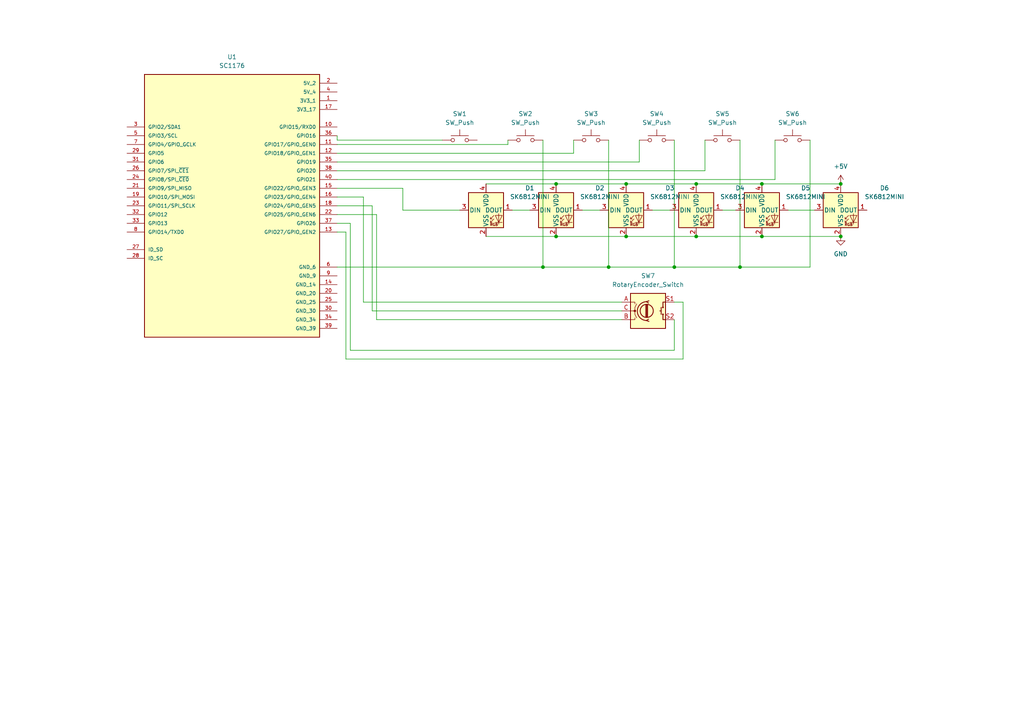
<source format=kicad_sch>
(kicad_sch
	(version 20250114)
	(generator "eeschema")
	(generator_version "9.0")
	(uuid "6cdf89a0-ae80-4ac8-bd32-26d6c4a8473d")
	(paper "A4")
	(lib_symbols
		(symbol "Device:RotaryEncoder_Switch"
			(pin_names
				(offset 0.254)
				(hide yes)
			)
			(exclude_from_sim no)
			(in_bom yes)
			(on_board yes)
			(property "Reference" "SW"
				(at 0 6.604 0)
				(effects
					(font
						(size 1.27 1.27)
					)
				)
			)
			(property "Value" "RotaryEncoder_Switch"
				(at 0 -6.604 0)
				(effects
					(font
						(size 1.27 1.27)
					)
				)
			)
			(property "Footprint" ""
				(at -3.81 4.064 0)
				(effects
					(font
						(size 1.27 1.27)
					)
					(hide yes)
				)
			)
			(property "Datasheet" "~"
				(at 0 6.604 0)
				(effects
					(font
						(size 1.27 1.27)
					)
					(hide yes)
				)
			)
			(property "Description" "Rotary encoder, dual channel, incremental quadrate outputs, with switch"
				(at 0 0 0)
				(effects
					(font
						(size 1.27 1.27)
					)
					(hide yes)
				)
			)
			(property "ki_keywords" "rotary switch encoder switch push button"
				(at 0 0 0)
				(effects
					(font
						(size 1.27 1.27)
					)
					(hide yes)
				)
			)
			(property "ki_fp_filters" "RotaryEncoder*Switch*"
				(at 0 0 0)
				(effects
					(font
						(size 1.27 1.27)
					)
					(hide yes)
				)
			)
			(symbol "RotaryEncoder_Switch_0_1"
				(rectangle
					(start -5.08 5.08)
					(end 5.08 -5.08)
					(stroke
						(width 0.254)
						(type default)
					)
					(fill
						(type background)
					)
				)
				(polyline
					(pts
						(xy -5.08 2.54) (xy -3.81 2.54) (xy -3.81 2.032)
					)
					(stroke
						(width 0)
						(type default)
					)
					(fill
						(type none)
					)
				)
				(polyline
					(pts
						(xy -5.08 0) (xy -3.81 0) (xy -3.81 -1.016) (xy -3.302 -2.032)
					)
					(stroke
						(width 0)
						(type default)
					)
					(fill
						(type none)
					)
				)
				(polyline
					(pts
						(xy -5.08 -2.54) (xy -3.81 -2.54) (xy -3.81 -2.032)
					)
					(stroke
						(width 0)
						(type default)
					)
					(fill
						(type none)
					)
				)
				(polyline
					(pts
						(xy -4.318 0) (xy -3.81 0) (xy -3.81 1.016) (xy -3.302 2.032)
					)
					(stroke
						(width 0)
						(type default)
					)
					(fill
						(type none)
					)
				)
				(circle
					(center -3.81 0)
					(radius 0.254)
					(stroke
						(width 0)
						(type default)
					)
					(fill
						(type outline)
					)
				)
				(polyline
					(pts
						(xy -0.635 -1.778) (xy -0.635 1.778)
					)
					(stroke
						(width 0.254)
						(type default)
					)
					(fill
						(type none)
					)
				)
				(circle
					(center -0.381 0)
					(radius 1.905)
					(stroke
						(width 0.254)
						(type default)
					)
					(fill
						(type none)
					)
				)
				(polyline
					(pts
						(xy -0.381 -1.778) (xy -0.381 1.778)
					)
					(stroke
						(width 0.254)
						(type default)
					)
					(fill
						(type none)
					)
				)
				(arc
					(start -0.381 -2.794)
					(mid -3.0988 -0.0635)
					(end -0.381 2.667)
					(stroke
						(width 0.254)
						(type default)
					)
					(fill
						(type none)
					)
				)
				(polyline
					(pts
						(xy -0.127 1.778) (xy -0.127 -1.778)
					)
					(stroke
						(width 0.254)
						(type default)
					)
					(fill
						(type none)
					)
				)
				(polyline
					(pts
						(xy 0.254 2.921) (xy -0.508 2.667) (xy 0.127 2.286)
					)
					(stroke
						(width 0.254)
						(type default)
					)
					(fill
						(type none)
					)
				)
				(polyline
					(pts
						(xy 0.254 -3.048) (xy -0.508 -2.794) (xy 0.127 -2.413)
					)
					(stroke
						(width 0.254)
						(type default)
					)
					(fill
						(type none)
					)
				)
				(polyline
					(pts
						(xy 3.81 1.016) (xy 3.81 -1.016)
					)
					(stroke
						(width 0.254)
						(type default)
					)
					(fill
						(type none)
					)
				)
				(polyline
					(pts
						(xy 3.81 0) (xy 3.429 0)
					)
					(stroke
						(width 0.254)
						(type default)
					)
					(fill
						(type none)
					)
				)
				(circle
					(center 4.318 1.016)
					(radius 0.127)
					(stroke
						(width 0.254)
						(type default)
					)
					(fill
						(type none)
					)
				)
				(circle
					(center 4.318 -1.016)
					(radius 0.127)
					(stroke
						(width 0.254)
						(type default)
					)
					(fill
						(type none)
					)
				)
				(polyline
					(pts
						(xy 5.08 2.54) (xy 4.318 2.54) (xy 4.318 1.016)
					)
					(stroke
						(width 0.254)
						(type default)
					)
					(fill
						(type none)
					)
				)
				(polyline
					(pts
						(xy 5.08 -2.54) (xy 4.318 -2.54) (xy 4.318 -1.016)
					)
					(stroke
						(width 0.254)
						(type default)
					)
					(fill
						(type none)
					)
				)
			)
			(symbol "RotaryEncoder_Switch_1_1"
				(pin passive line
					(at -7.62 2.54 0)
					(length 2.54)
					(name "A"
						(effects
							(font
								(size 1.27 1.27)
							)
						)
					)
					(number "A"
						(effects
							(font
								(size 1.27 1.27)
							)
						)
					)
				)
				(pin passive line
					(at -7.62 0 0)
					(length 2.54)
					(name "C"
						(effects
							(font
								(size 1.27 1.27)
							)
						)
					)
					(number "C"
						(effects
							(font
								(size 1.27 1.27)
							)
						)
					)
				)
				(pin passive line
					(at -7.62 -2.54 0)
					(length 2.54)
					(name "B"
						(effects
							(font
								(size 1.27 1.27)
							)
						)
					)
					(number "B"
						(effects
							(font
								(size 1.27 1.27)
							)
						)
					)
				)
				(pin passive line
					(at 7.62 2.54 180)
					(length 2.54)
					(name "S1"
						(effects
							(font
								(size 1.27 1.27)
							)
						)
					)
					(number "S1"
						(effects
							(font
								(size 1.27 1.27)
							)
						)
					)
				)
				(pin passive line
					(at 7.62 -2.54 180)
					(length 2.54)
					(name "S2"
						(effects
							(font
								(size 1.27 1.27)
							)
						)
					)
					(number "S2"
						(effects
							(font
								(size 1.27 1.27)
							)
						)
					)
				)
			)
			(embedded_fonts no)
		)
		(symbol "LED:SK6812MINI"
			(pin_names
				(offset 0.254)
			)
			(exclude_from_sim no)
			(in_bom yes)
			(on_board yes)
			(property "Reference" "D"
				(at 5.08 5.715 0)
				(effects
					(font
						(size 1.27 1.27)
					)
					(justify right bottom)
				)
			)
			(property "Value" "SK6812MINI"
				(at 1.27 -5.715 0)
				(effects
					(font
						(size 1.27 1.27)
					)
					(justify left top)
				)
			)
			(property "Footprint" "LED_SMD:LED_SK6812MINI_PLCC4_3.5x3.5mm_P1.75mm"
				(at 1.27 -7.62 0)
				(effects
					(font
						(size 1.27 1.27)
					)
					(justify left top)
					(hide yes)
				)
			)
			(property "Datasheet" "https://cdn-shop.adafruit.com/product-files/2686/SK6812MINI_REV.01-1-2.pdf"
				(at 2.54 -9.525 0)
				(effects
					(font
						(size 1.27 1.27)
					)
					(justify left top)
					(hide yes)
				)
			)
			(property "Description" "RGB LED with integrated controller"
				(at 0 0 0)
				(effects
					(font
						(size 1.27 1.27)
					)
					(hide yes)
				)
			)
			(property "ki_keywords" "RGB LED NeoPixel Mini addressable"
				(at 0 0 0)
				(effects
					(font
						(size 1.27 1.27)
					)
					(hide yes)
				)
			)
			(property "ki_fp_filters" "LED*SK6812MINI*PLCC*3.5x3.5mm*P1.75mm*"
				(at 0 0 0)
				(effects
					(font
						(size 1.27 1.27)
					)
					(hide yes)
				)
			)
			(symbol "SK6812MINI_0_0"
				(text "RGB"
					(at 2.286 -4.191 0)
					(effects
						(font
							(size 0.762 0.762)
						)
					)
				)
			)
			(symbol "SK6812MINI_0_1"
				(polyline
					(pts
						(xy 1.27 -2.54) (xy 1.778 -2.54)
					)
					(stroke
						(width 0)
						(type default)
					)
					(fill
						(type none)
					)
				)
				(polyline
					(pts
						(xy 1.27 -3.556) (xy 1.778 -3.556)
					)
					(stroke
						(width 0)
						(type default)
					)
					(fill
						(type none)
					)
				)
				(polyline
					(pts
						(xy 2.286 -1.524) (xy 1.27 -2.54) (xy 1.27 -2.032)
					)
					(stroke
						(width 0)
						(type default)
					)
					(fill
						(type none)
					)
				)
				(polyline
					(pts
						(xy 2.286 -2.54) (xy 1.27 -3.556) (xy 1.27 -3.048)
					)
					(stroke
						(width 0)
						(type default)
					)
					(fill
						(type none)
					)
				)
				(polyline
					(pts
						(xy 3.683 -1.016) (xy 3.683 -3.556) (xy 3.683 -4.064)
					)
					(stroke
						(width 0)
						(type default)
					)
					(fill
						(type none)
					)
				)
				(polyline
					(pts
						(xy 4.699 -1.524) (xy 2.667 -1.524) (xy 3.683 -3.556) (xy 4.699 -1.524)
					)
					(stroke
						(width 0)
						(type default)
					)
					(fill
						(type none)
					)
				)
				(polyline
					(pts
						(xy 4.699 -3.556) (xy 2.667 -3.556)
					)
					(stroke
						(width 0)
						(type default)
					)
					(fill
						(type none)
					)
				)
				(rectangle
					(start 5.08 5.08)
					(end -5.08 -5.08)
					(stroke
						(width 0.254)
						(type default)
					)
					(fill
						(type background)
					)
				)
			)
			(symbol "SK6812MINI_1_1"
				(pin input line
					(at -7.62 0 0)
					(length 2.54)
					(name "DIN"
						(effects
							(font
								(size 1.27 1.27)
							)
						)
					)
					(number "3"
						(effects
							(font
								(size 1.27 1.27)
							)
						)
					)
				)
				(pin power_in line
					(at 0 7.62 270)
					(length 2.54)
					(name "VDD"
						(effects
							(font
								(size 1.27 1.27)
							)
						)
					)
					(number "4"
						(effects
							(font
								(size 1.27 1.27)
							)
						)
					)
				)
				(pin power_in line
					(at 0 -7.62 90)
					(length 2.54)
					(name "VSS"
						(effects
							(font
								(size 1.27 1.27)
							)
						)
					)
					(number "2"
						(effects
							(font
								(size 1.27 1.27)
							)
						)
					)
				)
				(pin output line
					(at 7.62 0 180)
					(length 2.54)
					(name "DOUT"
						(effects
							(font
								(size 1.27 1.27)
							)
						)
					)
					(number "1"
						(effects
							(font
								(size 1.27 1.27)
							)
						)
					)
				)
			)
			(embedded_fonts no)
		)
		(symbol "Switch:SW_Push"
			(pin_numbers
				(hide yes)
			)
			(pin_names
				(offset 1.016)
				(hide yes)
			)
			(exclude_from_sim no)
			(in_bom yes)
			(on_board yes)
			(property "Reference" "SW"
				(at 1.27 2.54 0)
				(effects
					(font
						(size 1.27 1.27)
					)
					(justify left)
				)
			)
			(property "Value" "SW_Push"
				(at 0 -1.524 0)
				(effects
					(font
						(size 1.27 1.27)
					)
				)
			)
			(property "Footprint" ""
				(at 0 5.08 0)
				(effects
					(font
						(size 1.27 1.27)
					)
					(hide yes)
				)
			)
			(property "Datasheet" "~"
				(at 0 5.08 0)
				(effects
					(font
						(size 1.27 1.27)
					)
					(hide yes)
				)
			)
			(property "Description" "Push button switch, generic, two pins"
				(at 0 0 0)
				(effects
					(font
						(size 1.27 1.27)
					)
					(hide yes)
				)
			)
			(property "ki_keywords" "switch normally-open pushbutton push-button"
				(at 0 0 0)
				(effects
					(font
						(size 1.27 1.27)
					)
					(hide yes)
				)
			)
			(symbol "SW_Push_0_1"
				(circle
					(center -2.032 0)
					(radius 0.508)
					(stroke
						(width 0)
						(type default)
					)
					(fill
						(type none)
					)
				)
				(polyline
					(pts
						(xy 0 1.27) (xy 0 3.048)
					)
					(stroke
						(width 0)
						(type default)
					)
					(fill
						(type none)
					)
				)
				(circle
					(center 2.032 0)
					(radius 0.508)
					(stroke
						(width 0)
						(type default)
					)
					(fill
						(type none)
					)
				)
				(polyline
					(pts
						(xy 2.54 1.27) (xy -2.54 1.27)
					)
					(stroke
						(width 0)
						(type default)
					)
					(fill
						(type none)
					)
				)
				(pin passive line
					(at -5.08 0 0)
					(length 2.54)
					(name "1"
						(effects
							(font
								(size 1.27 1.27)
							)
						)
					)
					(number "1"
						(effects
							(font
								(size 1.27 1.27)
							)
						)
					)
				)
				(pin passive line
					(at 5.08 0 180)
					(length 2.54)
					(name "2"
						(effects
							(font
								(size 1.27 1.27)
							)
						)
					)
					(number "2"
						(effects
							(font
								(size 1.27 1.27)
							)
						)
					)
				)
			)
			(embedded_fonts no)
		)
		(symbol "pizero:SC1176"
			(pin_names
				(offset 1.016)
			)
			(exclude_from_sim no)
			(in_bom yes)
			(on_board yes)
			(property "Reference" "U"
				(at -25.42 39.3962 0)
				(effects
					(font
						(size 1.27 1.27)
					)
					(justify left bottom)
				)
			)
			(property "Value" "SC1176"
				(at -25.4191 -40.6687 0)
				(effects
					(font
						(size 1.27 1.27)
					)
					(justify left bottom)
				)
			)
			(property "Footprint" "SC1176:MODULE_SC1176"
				(at 0 0 0)
				(effects
					(font
						(size 1.27 1.27)
					)
					(justify bottom)
					(hide yes)
				)
			)
			(property "Datasheet" ""
				(at 0 0 0)
				(effects
					(font
						(size 1.27 1.27)
					)
					(hide yes)
				)
			)
			(property "Description" ""
				(at 0 0 0)
				(effects
					(font
						(size 1.27 1.27)
					)
					(hide yes)
				)
			)
			(property "DigiKey_Part_Number" "2648-SC1176-ND"
				(at 0 0 0)
				(effects
					(font
						(size 1.27 1.27)
					)
					(justify bottom)
					(hide yes)
				)
			)
			(property "SnapEDA_Link" "https://www.snapeda.com/parts/SC1176/Raspberry+Pi/view-part/?ref=snap"
				(at 0 0 0)
				(effects
					(font
						(size 1.27 1.27)
					)
					(justify bottom)
					(hide yes)
				)
			)
			(property "Description_1" "The Raspberry Pi Zero 2 W SC1176 single board computer features a 1GHz quad-core Broadcom BCM2710A1 Arm Cortex-A53 processor and 512MB of RAM, making it a powerful solution for embedded computing applications. With 40 digital I/O lines and multiple expansion options including Bluetooth 4.2, BLE, HAT GPIO, and LAN, this SBC offers extensive connectivity and flexibility. Its compact size of 2.600 x 1.180 (66.04mm x 29.97mm) makes it ideal for space-constrained projects. Video outputs include Composite and HDMI, and it features a microSD storage interface and a USB 2.0 OTG port."
				(at 0 0 0)
				(effects
					(font
						(size 1.27 1.27)
					)
					(justify bottom)
					(hide yes)
				)
			)
			(property "Package" "None"
				(at 0 0 0)
				(effects
					(font
						(size 1.27 1.27)
					)
					(justify bottom)
					(hide yes)
				)
			)
			(property "Check_prices" "https://www.snapeda.com/parts/SC1176/Raspberry+Pi/view-part/?ref=eda"
				(at 0 0 0)
				(effects
					(font
						(size 1.27 1.27)
					)
					(justify bottom)
					(hide yes)
				)
			)
			(property "STANDARD" "Manufacturer Recommendations"
				(at 0 0 0)
				(effects
					(font
						(size 1.27 1.27)
					)
					(justify bottom)
					(hide yes)
				)
			)
			(property "PARTREV" "April 2024"
				(at 0 0 0)
				(effects
					(font
						(size 1.27 1.27)
					)
					(justify bottom)
					(hide yes)
				)
			)
			(property "MF" "Raspberry Pi"
				(at 0 0 0)
				(effects
					(font
						(size 1.27 1.27)
					)
					(justify bottom)
					(hide yes)
				)
			)
			(property "MP" "SC1176"
				(at 0 0 0)
				(effects
					(font
						(size 1.27 1.27)
					)
					(justify bottom)
					(hide yes)
				)
			)
			(property "MANUFACTURER" "Raspberry Pi"
				(at 0 0 0)
				(effects
					(font
						(size 1.27 1.27)
					)
					(justify bottom)
					(hide yes)
				)
			)
			(symbol "SC1176_0_0"
				(rectangle
					(start -25.4 -38.1)
					(end 25.4 38.1)
					(stroke
						(width 0.254)
						(type default)
					)
					(fill
						(type background)
					)
				)
				(pin bidirectional line
					(at -30.48 22.86 0)
					(length 5.08)
					(name "GPIO2/SDA1"
						(effects
							(font
								(size 1.016 1.016)
							)
						)
					)
					(number "3"
						(effects
							(font
								(size 1.016 1.016)
							)
						)
					)
				)
				(pin bidirectional line
					(at -30.48 20.32 0)
					(length 5.08)
					(name "GPIO3/SCL"
						(effects
							(font
								(size 1.016 1.016)
							)
						)
					)
					(number "5"
						(effects
							(font
								(size 1.016 1.016)
							)
						)
					)
				)
				(pin bidirectional line
					(at -30.48 17.78 0)
					(length 5.08)
					(name "GPIO4/GPIO_GCLK"
						(effects
							(font
								(size 1.016 1.016)
							)
						)
					)
					(number "7"
						(effects
							(font
								(size 1.016 1.016)
							)
						)
					)
				)
				(pin bidirectional line
					(at -30.48 15.24 0)
					(length 5.08)
					(name "GPIO5"
						(effects
							(font
								(size 1.016 1.016)
							)
						)
					)
					(number "29"
						(effects
							(font
								(size 1.016 1.016)
							)
						)
					)
				)
				(pin bidirectional line
					(at -30.48 12.7 0)
					(length 5.08)
					(name "GPIO6"
						(effects
							(font
								(size 1.016 1.016)
							)
						)
					)
					(number "31"
						(effects
							(font
								(size 1.016 1.016)
							)
						)
					)
				)
				(pin bidirectional line
					(at -30.48 10.16 0)
					(length 5.08)
					(name "GPIO7/SPI_~{CE1}"
						(effects
							(font
								(size 1.016 1.016)
							)
						)
					)
					(number "26"
						(effects
							(font
								(size 1.016 1.016)
							)
						)
					)
				)
				(pin bidirectional line
					(at -30.48 7.62 0)
					(length 5.08)
					(name "GPIO8/SPI_~{CE0}"
						(effects
							(font
								(size 1.016 1.016)
							)
						)
					)
					(number "24"
						(effects
							(font
								(size 1.016 1.016)
							)
						)
					)
				)
				(pin bidirectional line
					(at -30.48 5.08 0)
					(length 5.08)
					(name "GPIO9/SPI_MISO"
						(effects
							(font
								(size 1.016 1.016)
							)
						)
					)
					(number "21"
						(effects
							(font
								(size 1.016 1.016)
							)
						)
					)
				)
				(pin bidirectional line
					(at -30.48 2.54 0)
					(length 5.08)
					(name "GPIO10/SPI_MOSI"
						(effects
							(font
								(size 1.016 1.016)
							)
						)
					)
					(number "19"
						(effects
							(font
								(size 1.016 1.016)
							)
						)
					)
				)
				(pin bidirectional line
					(at -30.48 0 0)
					(length 5.08)
					(name "GPIO11/SPI_SCLK"
						(effects
							(font
								(size 1.016 1.016)
							)
						)
					)
					(number "23"
						(effects
							(font
								(size 1.016 1.016)
							)
						)
					)
				)
				(pin bidirectional line
					(at -30.48 -2.54 0)
					(length 5.08)
					(name "GPIO12"
						(effects
							(font
								(size 1.016 1.016)
							)
						)
					)
					(number "32"
						(effects
							(font
								(size 1.016 1.016)
							)
						)
					)
				)
				(pin bidirectional line
					(at -30.48 -5.08 0)
					(length 5.08)
					(name "GPIO13"
						(effects
							(font
								(size 1.016 1.016)
							)
						)
					)
					(number "33"
						(effects
							(font
								(size 1.016 1.016)
							)
						)
					)
				)
				(pin bidirectional line
					(at -30.48 -7.62 0)
					(length 5.08)
					(name "GPIO14/TXD0"
						(effects
							(font
								(size 1.016 1.016)
							)
						)
					)
					(number "8"
						(effects
							(font
								(size 1.016 1.016)
							)
						)
					)
				)
				(pin bidirectional line
					(at -30.48 -12.7 0)
					(length 5.08)
					(name "ID_SD"
						(effects
							(font
								(size 1.016 1.016)
							)
						)
					)
					(number "27"
						(effects
							(font
								(size 1.016 1.016)
							)
						)
					)
				)
				(pin bidirectional line
					(at -30.48 -15.24 0)
					(length 5.08)
					(name "ID_SC"
						(effects
							(font
								(size 1.016 1.016)
							)
						)
					)
					(number "28"
						(effects
							(font
								(size 1.016 1.016)
							)
						)
					)
				)
				(pin power_in line
					(at 30.48 35.56 180)
					(length 5.08)
					(name "5V_2"
						(effects
							(font
								(size 1.016 1.016)
							)
						)
					)
					(number "2"
						(effects
							(font
								(size 1.016 1.016)
							)
						)
					)
				)
				(pin power_in line
					(at 30.48 33.02 180)
					(length 5.08)
					(name "5V_4"
						(effects
							(font
								(size 1.016 1.016)
							)
						)
					)
					(number "4"
						(effects
							(font
								(size 1.016 1.016)
							)
						)
					)
				)
				(pin power_in line
					(at 30.48 30.48 180)
					(length 5.08)
					(name "3V3_1"
						(effects
							(font
								(size 1.016 1.016)
							)
						)
					)
					(number "1"
						(effects
							(font
								(size 1.016 1.016)
							)
						)
					)
				)
				(pin power_in line
					(at 30.48 27.94 180)
					(length 5.08)
					(name "3V3_17"
						(effects
							(font
								(size 1.016 1.016)
							)
						)
					)
					(number "17"
						(effects
							(font
								(size 1.016 1.016)
							)
						)
					)
				)
				(pin bidirectional line
					(at 30.48 22.86 180)
					(length 5.08)
					(name "GPIO15/RXD0"
						(effects
							(font
								(size 1.016 1.016)
							)
						)
					)
					(number "10"
						(effects
							(font
								(size 1.016 1.016)
							)
						)
					)
				)
				(pin bidirectional line
					(at 30.48 20.32 180)
					(length 5.08)
					(name "GPIO16"
						(effects
							(font
								(size 1.016 1.016)
							)
						)
					)
					(number "36"
						(effects
							(font
								(size 1.016 1.016)
							)
						)
					)
				)
				(pin bidirectional line
					(at 30.48 17.78 180)
					(length 5.08)
					(name "GPIO17/GPIO_GEN0"
						(effects
							(font
								(size 1.016 1.016)
							)
						)
					)
					(number "11"
						(effects
							(font
								(size 1.016 1.016)
							)
						)
					)
				)
				(pin bidirectional line
					(at 30.48 15.24 180)
					(length 5.08)
					(name "GPIO18/GPIO_GEN1"
						(effects
							(font
								(size 1.016 1.016)
							)
						)
					)
					(number "12"
						(effects
							(font
								(size 1.016 1.016)
							)
						)
					)
				)
				(pin bidirectional line
					(at 30.48 12.7 180)
					(length 5.08)
					(name "GPIO19"
						(effects
							(font
								(size 1.016 1.016)
							)
						)
					)
					(number "35"
						(effects
							(font
								(size 1.016 1.016)
							)
						)
					)
				)
				(pin bidirectional line
					(at 30.48 10.16 180)
					(length 5.08)
					(name "GPIO20"
						(effects
							(font
								(size 1.016 1.016)
							)
						)
					)
					(number "38"
						(effects
							(font
								(size 1.016 1.016)
							)
						)
					)
				)
				(pin bidirectional line
					(at 30.48 7.62 180)
					(length 5.08)
					(name "GPIO21"
						(effects
							(font
								(size 1.016 1.016)
							)
						)
					)
					(number "40"
						(effects
							(font
								(size 1.016 1.016)
							)
						)
					)
				)
				(pin bidirectional line
					(at 30.48 5.08 180)
					(length 5.08)
					(name "GPIO22/GPIO_GEN3"
						(effects
							(font
								(size 1.016 1.016)
							)
						)
					)
					(number "15"
						(effects
							(font
								(size 1.016 1.016)
							)
						)
					)
				)
				(pin bidirectional line
					(at 30.48 2.54 180)
					(length 5.08)
					(name "GPIO23/GPIO_GEN4"
						(effects
							(font
								(size 1.016 1.016)
							)
						)
					)
					(number "16"
						(effects
							(font
								(size 1.016 1.016)
							)
						)
					)
				)
				(pin bidirectional line
					(at 30.48 0 180)
					(length 5.08)
					(name "GPIO24/GPIO_GEN5"
						(effects
							(font
								(size 1.016 1.016)
							)
						)
					)
					(number "18"
						(effects
							(font
								(size 1.016 1.016)
							)
						)
					)
				)
				(pin bidirectional line
					(at 30.48 -2.54 180)
					(length 5.08)
					(name "GPIO25/GPIO_GEN6"
						(effects
							(font
								(size 1.016 1.016)
							)
						)
					)
					(number "22"
						(effects
							(font
								(size 1.016 1.016)
							)
						)
					)
				)
				(pin bidirectional line
					(at 30.48 -5.08 180)
					(length 5.08)
					(name "GPIO26"
						(effects
							(font
								(size 1.016 1.016)
							)
						)
					)
					(number "37"
						(effects
							(font
								(size 1.016 1.016)
							)
						)
					)
				)
				(pin bidirectional line
					(at 30.48 -7.62 180)
					(length 5.08)
					(name "GPIO27/GPIO_GEN2"
						(effects
							(font
								(size 1.016 1.016)
							)
						)
					)
					(number "13"
						(effects
							(font
								(size 1.016 1.016)
							)
						)
					)
				)
				(pin power_in line
					(at 30.48 -17.78 180)
					(length 5.08)
					(name "GND_6"
						(effects
							(font
								(size 1.016 1.016)
							)
						)
					)
					(number "6"
						(effects
							(font
								(size 1.016 1.016)
							)
						)
					)
				)
				(pin power_in line
					(at 30.48 -20.32 180)
					(length 5.08)
					(name "GND_9"
						(effects
							(font
								(size 1.016 1.016)
							)
						)
					)
					(number "9"
						(effects
							(font
								(size 1.016 1.016)
							)
						)
					)
				)
				(pin power_in line
					(at 30.48 -22.86 180)
					(length 5.08)
					(name "GND_14"
						(effects
							(font
								(size 1.016 1.016)
							)
						)
					)
					(number "14"
						(effects
							(font
								(size 1.016 1.016)
							)
						)
					)
				)
				(pin power_in line
					(at 30.48 -25.4 180)
					(length 5.08)
					(name "GND_20"
						(effects
							(font
								(size 1.016 1.016)
							)
						)
					)
					(number "20"
						(effects
							(font
								(size 1.016 1.016)
							)
						)
					)
				)
				(pin power_in line
					(at 30.48 -27.94 180)
					(length 5.08)
					(name "GND_25"
						(effects
							(font
								(size 1.016 1.016)
							)
						)
					)
					(number "25"
						(effects
							(font
								(size 1.016 1.016)
							)
						)
					)
				)
				(pin power_in line
					(at 30.48 -30.48 180)
					(length 5.08)
					(name "GND_30"
						(effects
							(font
								(size 1.016 1.016)
							)
						)
					)
					(number "30"
						(effects
							(font
								(size 1.016 1.016)
							)
						)
					)
				)
				(pin power_in line
					(at 30.48 -33.02 180)
					(length 5.08)
					(name "GND_34"
						(effects
							(font
								(size 1.016 1.016)
							)
						)
					)
					(number "34"
						(effects
							(font
								(size 1.016 1.016)
							)
						)
					)
				)
				(pin power_in line
					(at 30.48 -35.56 180)
					(length 5.08)
					(name "GND_39"
						(effects
							(font
								(size 1.016 1.016)
							)
						)
					)
					(number "39"
						(effects
							(font
								(size 1.016 1.016)
							)
						)
					)
				)
			)
			(embedded_fonts no)
		)
		(symbol "power:+5V"
			(power)
			(pin_numbers
				(hide yes)
			)
			(pin_names
				(offset 0)
				(hide yes)
			)
			(exclude_from_sim no)
			(in_bom yes)
			(on_board yes)
			(property "Reference" "#PWR"
				(at 0 -3.81 0)
				(effects
					(font
						(size 1.27 1.27)
					)
					(hide yes)
				)
			)
			(property "Value" "+5V"
				(at 0 3.556 0)
				(effects
					(font
						(size 1.27 1.27)
					)
				)
			)
			(property "Footprint" ""
				(at 0 0 0)
				(effects
					(font
						(size 1.27 1.27)
					)
					(hide yes)
				)
			)
			(property "Datasheet" ""
				(at 0 0 0)
				(effects
					(font
						(size 1.27 1.27)
					)
					(hide yes)
				)
			)
			(property "Description" "Power symbol creates a global label with name \"+5V\""
				(at 0 0 0)
				(effects
					(font
						(size 1.27 1.27)
					)
					(hide yes)
				)
			)
			(property "ki_keywords" "global power"
				(at 0 0 0)
				(effects
					(font
						(size 1.27 1.27)
					)
					(hide yes)
				)
			)
			(symbol "+5V_0_1"
				(polyline
					(pts
						(xy -0.762 1.27) (xy 0 2.54)
					)
					(stroke
						(width 0)
						(type default)
					)
					(fill
						(type none)
					)
				)
				(polyline
					(pts
						(xy 0 2.54) (xy 0.762 1.27)
					)
					(stroke
						(width 0)
						(type default)
					)
					(fill
						(type none)
					)
				)
				(polyline
					(pts
						(xy 0 0) (xy 0 2.54)
					)
					(stroke
						(width 0)
						(type default)
					)
					(fill
						(type none)
					)
				)
			)
			(symbol "+5V_1_1"
				(pin power_in line
					(at 0 0 90)
					(length 0)
					(name "~"
						(effects
							(font
								(size 1.27 1.27)
							)
						)
					)
					(number "1"
						(effects
							(font
								(size 1.27 1.27)
							)
						)
					)
				)
			)
			(embedded_fonts no)
		)
		(symbol "power:GND"
			(power)
			(pin_numbers
				(hide yes)
			)
			(pin_names
				(offset 0)
				(hide yes)
			)
			(exclude_from_sim no)
			(in_bom yes)
			(on_board yes)
			(property "Reference" "#PWR"
				(at 0 -6.35 0)
				(effects
					(font
						(size 1.27 1.27)
					)
					(hide yes)
				)
			)
			(property "Value" "GND"
				(at 0 -3.81 0)
				(effects
					(font
						(size 1.27 1.27)
					)
				)
			)
			(property "Footprint" ""
				(at 0 0 0)
				(effects
					(font
						(size 1.27 1.27)
					)
					(hide yes)
				)
			)
			(property "Datasheet" ""
				(at 0 0 0)
				(effects
					(font
						(size 1.27 1.27)
					)
					(hide yes)
				)
			)
			(property "Description" "Power symbol creates a global label with name \"GND\" , ground"
				(at 0 0 0)
				(effects
					(font
						(size 1.27 1.27)
					)
					(hide yes)
				)
			)
			(property "ki_keywords" "global power"
				(at 0 0 0)
				(effects
					(font
						(size 1.27 1.27)
					)
					(hide yes)
				)
			)
			(symbol "GND_0_1"
				(polyline
					(pts
						(xy 0 0) (xy 0 -1.27) (xy 1.27 -1.27) (xy 0 -2.54) (xy -1.27 -1.27) (xy 0 -1.27)
					)
					(stroke
						(width 0)
						(type default)
					)
					(fill
						(type none)
					)
				)
			)
			(symbol "GND_1_1"
				(pin power_in line
					(at 0 0 270)
					(length 0)
					(name "~"
						(effects
							(font
								(size 1.27 1.27)
							)
						)
					)
					(number "1"
						(effects
							(font
								(size 1.27 1.27)
							)
						)
					)
				)
			)
			(embedded_fonts no)
		)
	)
	(junction
		(at 161.29 53.34)
		(diameter 0)
		(color 0 0 0 0)
		(uuid "2754a705-c9d8-443a-af9a-15c24ed803cf")
	)
	(junction
		(at 201.93 53.34)
		(diameter 0)
		(color 0 0 0 0)
		(uuid "4a5dced1-31b8-41c3-ba5c-192963787e7d")
	)
	(junction
		(at 161.29 68.58)
		(diameter 0)
		(color 0 0 0 0)
		(uuid "4ab18f78-2c7d-4238-ad6a-5518bbc856c5")
	)
	(junction
		(at 181.61 53.34)
		(diameter 0)
		(color 0 0 0 0)
		(uuid "664d5d5c-3ae3-4f92-a56c-a5ceea298501")
	)
	(junction
		(at 220.98 68.58)
		(diameter 0)
		(color 0 0 0 0)
		(uuid "67fbc2f5-e54b-47b1-b29c-98a5a8711f81")
	)
	(junction
		(at 243.84 53.34)
		(diameter 0)
		(color 0 0 0 0)
		(uuid "68053cca-1b7e-44c2-b64d-2cbc59b42149")
	)
	(junction
		(at 176.53 77.47)
		(diameter 0)
		(color 0 0 0 0)
		(uuid "69c7132b-51d3-4663-ae61-e39a323567f5")
	)
	(junction
		(at 201.93 68.58)
		(diameter 0)
		(color 0 0 0 0)
		(uuid "b893b47d-4550-49d5-a646-60b0850dd23b")
	)
	(junction
		(at 181.61 68.58)
		(diameter 0)
		(color 0 0 0 0)
		(uuid "b93b045c-1f38-4a6b-8dcc-d5df5ed62fd2")
	)
	(junction
		(at 157.48 77.47)
		(diameter 0)
		(color 0 0 0 0)
		(uuid "c5d276f5-d344-4672-ae6e-b4ad0cb24184")
	)
	(junction
		(at 243.84 68.58)
		(diameter 0)
		(color 0 0 0 0)
		(uuid "c761876b-7865-4829-a27e-1081ae3199dd")
	)
	(junction
		(at 195.58 77.47)
		(diameter 0)
		(color 0 0 0 0)
		(uuid "df65c403-d9a7-46c2-8eb5-fc70692a9493")
	)
	(junction
		(at 220.98 53.34)
		(diameter 0)
		(color 0 0 0 0)
		(uuid "e3f62113-2f23-4bea-9f7f-5c73a5e8c34b")
	)
	(junction
		(at 214.63 77.47)
		(diameter 0)
		(color 0 0 0 0)
		(uuid "f973b4f1-8dc6-4ead-a618-25e539598482")
	)
	(wire
		(pts
			(xy 224.79 52.07) (xy 97.79 52.07)
		)
		(stroke
			(width 0)
			(type default)
		)
		(uuid "043029f4-3d4a-4871-948d-9d14bf3669cf")
	)
	(wire
		(pts
			(xy 195.58 87.63) (xy 198.12 87.63)
		)
		(stroke
			(width 0)
			(type default)
		)
		(uuid "051bd0a8-3e54-457b-b0c7-a7332ac571c8")
	)
	(wire
		(pts
			(xy 140.97 53.34) (xy 161.29 53.34)
		)
		(stroke
			(width 0)
			(type default)
		)
		(uuid "0d9b0e59-0c08-4512-a167-d4b3e9e8ef1c")
	)
	(wire
		(pts
			(xy 107.95 90.17) (xy 107.95 59.69)
		)
		(stroke
			(width 0)
			(type default)
		)
		(uuid "0f11ba99-70fd-46ba-8084-3537672aca08")
	)
	(wire
		(pts
			(xy 116.84 54.61) (xy 116.84 60.96)
		)
		(stroke
			(width 0)
			(type default)
		)
		(uuid "13107716-c0f1-448d-815c-2ed22e20a58c")
	)
	(wire
		(pts
			(xy 116.84 60.96) (xy 133.35 60.96)
		)
		(stroke
			(width 0)
			(type default)
		)
		(uuid "175904ec-65d2-435b-82e0-edb2ec7d5de3")
	)
	(wire
		(pts
			(xy 161.29 68.58) (xy 181.61 68.58)
		)
		(stroke
			(width 0)
			(type default)
		)
		(uuid "19b9566f-4bf4-420f-81cb-5d771ba126a9")
	)
	(wire
		(pts
			(xy 195.58 92.71) (xy 195.58 101.6)
		)
		(stroke
			(width 0)
			(type default)
		)
		(uuid "1e873e9e-38bb-4bbd-a879-512e95aa1760")
	)
	(wire
		(pts
			(xy 107.95 59.69) (xy 97.79 59.69)
		)
		(stroke
			(width 0)
			(type default)
		)
		(uuid "2b1448c7-3ec3-4a2d-b677-30566418f492")
	)
	(wire
		(pts
			(xy 195.58 77.47) (xy 214.63 77.47)
		)
		(stroke
			(width 0)
			(type default)
		)
		(uuid "39ce2edc-2d3d-4607-ac86-9ee361d053d2")
	)
	(wire
		(pts
			(xy 166.37 40.64) (xy 166.37 44.45)
		)
		(stroke
			(width 0)
			(type default)
		)
		(uuid "3bd80552-a1c2-442a-b8a8-d2bc04c89a3b")
	)
	(wire
		(pts
			(xy 128.27 40.64) (xy 97.79 40.64)
		)
		(stroke
			(width 0)
			(type default)
		)
		(uuid "3bf9276f-055b-4f35-9b14-2e27c4f6fe0c")
	)
	(wire
		(pts
			(xy 100.33 104.14) (xy 100.33 67.31)
		)
		(stroke
			(width 0)
			(type default)
		)
		(uuid "3f8b086c-87a3-41b8-ba2e-7f653dc23da6")
	)
	(wire
		(pts
			(xy 234.95 77.47) (xy 234.95 40.64)
		)
		(stroke
			(width 0)
			(type default)
		)
		(uuid "41af8428-51a6-4228-b311-3723ced2bfda")
	)
	(wire
		(pts
			(xy 161.29 53.34) (xy 181.61 53.34)
		)
		(stroke
			(width 0)
			(type default)
		)
		(uuid "49bf510a-dacc-46a2-8458-f322d60a61e7")
	)
	(wire
		(pts
			(xy 101.6 101.6) (xy 101.6 64.77)
		)
		(stroke
			(width 0)
			(type default)
		)
		(uuid "49f1610f-6d57-4f58-b531-44b6d9b62333")
	)
	(wire
		(pts
			(xy 214.63 40.64) (xy 214.63 77.47)
		)
		(stroke
			(width 0)
			(type default)
		)
		(uuid "4cd01ea6-1e48-4f2c-9bea-52ec3b28ca8b")
	)
	(wire
		(pts
			(xy 180.34 90.17) (xy 107.95 90.17)
		)
		(stroke
			(width 0)
			(type default)
		)
		(uuid "5004a024-752e-43b0-9497-4c0e66bb4c04")
	)
	(wire
		(pts
			(xy 176.53 40.64) (xy 176.53 77.47)
		)
		(stroke
			(width 0)
			(type default)
		)
		(uuid "527070a4-5446-48bf-92f3-76e4930b748d")
	)
	(wire
		(pts
			(xy 97.79 54.61) (xy 116.84 54.61)
		)
		(stroke
			(width 0)
			(type default)
		)
		(uuid "5a2c01c8-86e9-4ffb-8483-7e6beb6f80d7")
	)
	(wire
		(pts
			(xy 109.22 92.71) (xy 109.22 62.23)
		)
		(stroke
			(width 0)
			(type default)
		)
		(uuid "5b7154b3-46ca-4f3d-a0dd-58e72d93f994")
	)
	(wire
		(pts
			(xy 147.32 40.64) (xy 147.32 41.91)
		)
		(stroke
			(width 0)
			(type default)
		)
		(uuid "5c3c6f29-c2f8-493b-97f4-f61b4b29d2c6")
	)
	(wire
		(pts
			(xy 185.42 40.64) (xy 185.42 46.99)
		)
		(stroke
			(width 0)
			(type default)
		)
		(uuid "5d4c44db-2ef0-4ff0-8396-182851020bc6")
	)
	(wire
		(pts
			(xy 97.79 40.64) (xy 97.79 39.37)
		)
		(stroke
			(width 0)
			(type default)
		)
		(uuid "617bccb4-b269-4156-a526-19ba86640cd3")
	)
	(wire
		(pts
			(xy 101.6 64.77) (xy 97.79 64.77)
		)
		(stroke
			(width 0)
			(type default)
		)
		(uuid "6363ede7-cfe9-45f0-adb6-450592cc62f5")
	)
	(wire
		(pts
			(xy 198.12 87.63) (xy 198.12 104.14)
		)
		(stroke
			(width 0)
			(type default)
		)
		(uuid "6c40effc-65ef-4d50-8a2c-5824ac458a80")
	)
	(wire
		(pts
			(xy 220.98 53.34) (xy 243.84 53.34)
		)
		(stroke
			(width 0)
			(type default)
		)
		(uuid "6fdd6811-753f-4252-b48e-785353df8fa0")
	)
	(wire
		(pts
			(xy 180.34 92.71) (xy 109.22 92.71)
		)
		(stroke
			(width 0)
			(type default)
		)
		(uuid "72ba1ef3-d691-4937-b59c-834aba619c35")
	)
	(wire
		(pts
			(xy 185.42 46.99) (xy 97.79 46.99)
		)
		(stroke
			(width 0)
			(type default)
		)
		(uuid "7c879cd6-93f4-4f33-b86e-0e21d3a86f1f")
	)
	(wire
		(pts
			(xy 198.12 104.14) (xy 100.33 104.14)
		)
		(stroke
			(width 0)
			(type default)
		)
		(uuid "82e3af1c-efb5-4fc7-a423-24ecbc3ccdaf")
	)
	(wire
		(pts
			(xy 214.63 77.47) (xy 234.95 77.47)
		)
		(stroke
			(width 0)
			(type default)
		)
		(uuid "8531d1f8-826f-4369-896e-3f4bc10694eb")
	)
	(wire
		(pts
			(xy 157.48 77.47) (xy 176.53 77.47)
		)
		(stroke
			(width 0)
			(type default)
		)
		(uuid "91afc578-3fb1-4283-a411-d1491a9df0d9")
	)
	(wire
		(pts
			(xy 176.53 77.47) (xy 195.58 77.47)
		)
		(stroke
			(width 0)
			(type default)
		)
		(uuid "91cb2e1f-0a93-4c57-b6d6-6ec403cbd223")
	)
	(wire
		(pts
			(xy 148.59 60.96) (xy 153.67 60.96)
		)
		(stroke
			(width 0)
			(type default)
		)
		(uuid "92330982-627b-4bd6-b6ec-95c987e9d502")
	)
	(wire
		(pts
			(xy 189.23 60.96) (xy 194.31 60.96)
		)
		(stroke
			(width 0)
			(type default)
		)
		(uuid "9fe87c6e-a4a5-4a5e-951d-d47ec68f1d0a")
	)
	(wire
		(pts
			(xy 105.41 57.15) (xy 97.79 57.15)
		)
		(stroke
			(width 0)
			(type default)
		)
		(uuid "a5c50b08-df24-4e5a-80c8-b6103dfa8e4a")
	)
	(wire
		(pts
			(xy 181.61 53.34) (xy 201.93 53.34)
		)
		(stroke
			(width 0)
			(type default)
		)
		(uuid "a600940b-6cc0-4504-b49b-c3656fb6c51c")
	)
	(wire
		(pts
			(xy 204.47 40.64) (xy 204.47 49.53)
		)
		(stroke
			(width 0)
			(type default)
		)
		(uuid "a776ae73-4d6a-4475-a682-055ed476f96f")
	)
	(wire
		(pts
			(xy 201.93 68.58) (xy 220.98 68.58)
		)
		(stroke
			(width 0)
			(type default)
		)
		(uuid "aa39ed1c-cd66-4b9a-85ce-4c225e74bd3c")
	)
	(wire
		(pts
			(xy 166.37 44.45) (xy 97.79 44.45)
		)
		(stroke
			(width 0)
			(type default)
		)
		(uuid "b279e567-ce13-4f56-8c26-eb941a73dd3f")
	)
	(wire
		(pts
			(xy 209.55 60.96) (xy 213.36 60.96)
		)
		(stroke
			(width 0)
			(type default)
		)
		(uuid "b696f44c-55af-482b-bf5d-6ed4b85e2e73")
	)
	(wire
		(pts
			(xy 195.58 40.64) (xy 195.58 77.47)
		)
		(stroke
			(width 0)
			(type default)
		)
		(uuid "b8fdc46f-7437-4f35-8660-efc041c6d81b")
	)
	(wire
		(pts
			(xy 180.34 87.63) (xy 105.41 87.63)
		)
		(stroke
			(width 0)
			(type default)
		)
		(uuid "ba6460bb-0029-4daf-a57f-db614904689b")
	)
	(wire
		(pts
			(xy 157.48 40.64) (xy 157.48 77.47)
		)
		(stroke
			(width 0)
			(type default)
		)
		(uuid "c3cc6a46-5518-4d15-aebf-c1d504bacd9a")
	)
	(wire
		(pts
			(xy 224.79 40.64) (xy 224.79 52.07)
		)
		(stroke
			(width 0)
			(type default)
		)
		(uuid "cc112e09-8312-476f-a8cb-916b8ce8e78c")
	)
	(wire
		(pts
			(xy 109.22 62.23) (xy 97.79 62.23)
		)
		(stroke
			(width 0)
			(type default)
		)
		(uuid "cd858ab0-5034-4476-9f74-b2affd40b1c7")
	)
	(wire
		(pts
			(xy 105.41 87.63) (xy 105.41 57.15)
		)
		(stroke
			(width 0)
			(type default)
		)
		(uuid "d0b35b2a-5382-4e45-9f86-fc814d168dc9")
	)
	(wire
		(pts
			(xy 97.79 77.47) (xy 157.48 77.47)
		)
		(stroke
			(width 0)
			(type default)
		)
		(uuid "d6c60bd0-c0ba-45ea-a7b9-6082b4abcd93")
	)
	(wire
		(pts
			(xy 201.93 53.34) (xy 220.98 53.34)
		)
		(stroke
			(width 0)
			(type default)
		)
		(uuid "dbf22036-8b2a-4233-8a2a-e1bf14a408fc")
	)
	(wire
		(pts
			(xy 228.6 60.96) (xy 236.22 60.96)
		)
		(stroke
			(width 0)
			(type default)
		)
		(uuid "e23599df-db03-428e-8467-004b9b0267bf")
	)
	(wire
		(pts
			(xy 181.61 68.58) (xy 201.93 68.58)
		)
		(stroke
			(width 0)
			(type default)
		)
		(uuid "e39b9e05-2d2e-452b-adf0-a1ab7dc9f041")
	)
	(wire
		(pts
			(xy 195.58 101.6) (xy 101.6 101.6)
		)
		(stroke
			(width 0)
			(type default)
		)
		(uuid "e654ddeb-21a4-42cf-a488-0063458359ec")
	)
	(wire
		(pts
			(xy 100.33 67.31) (xy 97.79 67.31)
		)
		(stroke
			(width 0)
			(type default)
		)
		(uuid "e6bb9023-e4a7-450b-9ea2-f433537e850a")
	)
	(wire
		(pts
			(xy 220.98 68.58) (xy 243.84 68.58)
		)
		(stroke
			(width 0)
			(type default)
		)
		(uuid "ec41b861-3b5d-4217-8d19-955d5a2c5092")
	)
	(wire
		(pts
			(xy 140.97 68.58) (xy 161.29 68.58)
		)
		(stroke
			(width 0)
			(type default)
		)
		(uuid "ef4c12be-88fe-4440-829d-0c149de092a8")
	)
	(wire
		(pts
			(xy 147.32 41.91) (xy 97.79 41.91)
		)
		(stroke
			(width 0)
			(type default)
		)
		(uuid "efac7d64-e3f0-456d-83b5-7049267298e8")
	)
	(wire
		(pts
			(xy 204.47 49.53) (xy 97.79 49.53)
		)
		(stroke
			(width 0)
			(type default)
		)
		(uuid "f610a53e-fd2e-468c-9bcd-e735ab6b4c14")
	)
	(wire
		(pts
			(xy 168.91 60.96) (xy 173.99 60.96)
		)
		(stroke
			(width 0)
			(type default)
		)
		(uuid "fe1db801-24c4-481a-b6da-e428f35757db")
	)
	(symbol
		(lib_id "LED:SK6812MINI")
		(at 161.29 60.96 0)
		(unit 1)
		(exclude_from_sim no)
		(in_bom yes)
		(on_board yes)
		(dnp no)
		(fields_autoplaced yes)
		(uuid "04b520cb-c709-4405-b026-f2213ae7a776")
		(property "Reference" "D2"
			(at 173.99 54.5398 0)
			(effects
				(font
					(size 1.27 1.27)
				)
			)
		)
		(property "Value" "SK6812MINI"
			(at 173.99 57.0798 0)
			(effects
				(font
					(size 1.27 1.27)
				)
			)
		)
		(property "Footprint" "LED_SMD:LED_SK6812MINI_PLCC4_3.5x3.5mm_P1.75mm"
			(at 162.56 68.58 0)
			(effects
				(font
					(size 1.27 1.27)
				)
				(justify left top)
				(hide yes)
			)
		)
		(property "Datasheet" "https://cdn-shop.adafruit.com/product-files/2686/SK6812MINI_REV.01-1-2.pdf"
			(at 163.83 70.485 0)
			(effects
				(font
					(size 1.27 1.27)
				)
				(justify left top)
				(hide yes)
			)
		)
		(property "Description" "RGB LED with integrated controller"
			(at 161.29 60.96 0)
			(effects
				(font
					(size 1.27 1.27)
				)
				(hide yes)
			)
		)
		(pin "2"
			(uuid "813252a9-cdaa-498d-870b-ce78290f004e")
		)
		(pin "1"
			(uuid "0540c6b7-a539-401b-85d7-6ac48f703687")
		)
		(pin "4"
			(uuid "3e4b0a3b-35b2-4a91-8f98-ce3fe50db073")
		)
		(pin "3"
			(uuid "b8f8c5ea-4622-4231-9d6a-a18cb59e9f4f")
		)
		(instances
			(project ""
				(path "/6cdf89a0-ae80-4ac8-bd32-26d6c4a8473d"
					(reference "D2")
					(unit 1)
				)
			)
		)
	)
	(symbol
		(lib_id "power:+5V")
		(at 243.84 53.34 0)
		(unit 1)
		(exclude_from_sim no)
		(in_bom yes)
		(on_board yes)
		(dnp no)
		(fields_autoplaced yes)
		(uuid "1ef9c13c-8f64-4c1d-8bbe-bc7952f4119f")
		(property "Reference" "#PWR01"
			(at 243.84 57.15 0)
			(effects
				(font
					(size 1.27 1.27)
				)
				(hide yes)
			)
		)
		(property "Value" "+5V"
			(at 243.84 48.26 0)
			(effects
				(font
					(size 1.27 1.27)
				)
			)
		)
		(property "Footprint" ""
			(at 243.84 53.34 0)
			(effects
				(font
					(size 1.27 1.27)
				)
				(hide yes)
			)
		)
		(property "Datasheet" ""
			(at 243.84 53.34 0)
			(effects
				(font
					(size 1.27 1.27)
				)
				(hide yes)
			)
		)
		(property "Description" "Power symbol creates a global label with name \"+5V\""
			(at 243.84 53.34 0)
			(effects
				(font
					(size 1.27 1.27)
				)
				(hide yes)
			)
		)
		(pin "1"
			(uuid "f6945753-166e-4276-893c-fc4924c4dcaa")
		)
		(instances
			(project ""
				(path "/6cdf89a0-ae80-4ac8-bd32-26d6c4a8473d"
					(reference "#PWR01")
					(unit 1)
				)
			)
		)
	)
	(symbol
		(lib_id "Switch:SW_Push")
		(at 171.45 40.64 0)
		(unit 1)
		(exclude_from_sim no)
		(in_bom yes)
		(on_board yes)
		(dnp no)
		(fields_autoplaced yes)
		(uuid "448a7760-4dbc-4bfd-8d98-920c09d9f3ed")
		(property "Reference" "SW3"
			(at 171.45 33.02 0)
			(effects
				(font
					(size 1.27 1.27)
				)
			)
		)
		(property "Value" "SW_Push"
			(at 171.45 35.56 0)
			(effects
				(font
					(size 1.27 1.27)
				)
			)
		)
		(property "Footprint" ""
			(at 171.45 35.56 0)
			(effects
				(font
					(size 1.27 1.27)
				)
				(hide yes)
			)
		)
		(property "Datasheet" "~"
			(at 171.45 35.56 0)
			(effects
				(font
					(size 1.27 1.27)
				)
				(hide yes)
			)
		)
		(property "Description" "Push button switch, generic, two pins"
			(at 171.45 40.64 0)
			(effects
				(font
					(size 1.27 1.27)
				)
				(hide yes)
			)
		)
		(pin "1"
			(uuid "893dbc28-79c3-4562-b6e2-f1140249a42f")
		)
		(pin "2"
			(uuid "f2a3e59b-0909-465f-a661-b2388b29b024")
		)
		(instances
			(project ""
				(path "/6cdf89a0-ae80-4ac8-bd32-26d6c4a8473d"
					(reference "SW3")
					(unit 1)
				)
			)
		)
	)
	(symbol
		(lib_id "LED:SK6812MINI")
		(at 181.61 60.96 0)
		(unit 1)
		(exclude_from_sim no)
		(in_bom yes)
		(on_board yes)
		(dnp no)
		(fields_autoplaced yes)
		(uuid "4cb24ea4-2280-4a1c-bcfa-f2177c8e434f")
		(property "Reference" "D3"
			(at 194.31 54.5398 0)
			(effects
				(font
					(size 1.27 1.27)
				)
			)
		)
		(property "Value" "SK6812MINI"
			(at 194.31 57.0798 0)
			(effects
				(font
					(size 1.27 1.27)
				)
			)
		)
		(property "Footprint" "LED_SMD:LED_SK6812MINI_PLCC4_3.5x3.5mm_P1.75mm"
			(at 182.88 68.58 0)
			(effects
				(font
					(size 1.27 1.27)
				)
				(justify left top)
				(hide yes)
			)
		)
		(property "Datasheet" "https://cdn-shop.adafruit.com/product-files/2686/SK6812MINI_REV.01-1-2.pdf"
			(at 184.15 70.485 0)
			(effects
				(font
					(size 1.27 1.27)
				)
				(justify left top)
				(hide yes)
			)
		)
		(property "Description" "RGB LED with integrated controller"
			(at 181.61 60.96 0)
			(effects
				(font
					(size 1.27 1.27)
				)
				(hide yes)
			)
		)
		(pin "3"
			(uuid "f0e73e89-1e8b-4139-8bbf-e85e6f475cba")
		)
		(pin "1"
			(uuid "ed023a76-716c-4cc9-b380-f777cc0122ed")
		)
		(pin "4"
			(uuid "754880ff-15b5-4ea2-963c-b91aaacdcddf")
		)
		(pin "2"
			(uuid "b30b8abb-8b5a-41c7-9cb3-4af10ff84ade")
		)
		(instances
			(project ""
				(path "/6cdf89a0-ae80-4ac8-bd32-26d6c4a8473d"
					(reference "D3")
					(unit 1)
				)
			)
		)
	)
	(symbol
		(lib_id "pizero:SC1176")
		(at 67.31 59.69 0)
		(unit 1)
		(exclude_from_sim no)
		(in_bom yes)
		(on_board yes)
		(dnp no)
		(fields_autoplaced yes)
		(uuid "5db6aa30-68f1-4ee9-b4bd-b42bec58ec61")
		(property "Reference" "U1"
			(at 67.31 16.51 0)
			(effects
				(font
					(size 1.27 1.27)
				)
			)
		)
		(property "Value" "SC1176"
			(at 67.31 19.05 0)
			(effects
				(font
					(size 1.27 1.27)
				)
			)
		)
		(property "Footprint" "SC1176:MODULE_SC1176"
			(at 67.31 59.69 0)
			(effects
				(font
					(size 1.27 1.27)
				)
				(justify bottom)
				(hide yes)
			)
		)
		(property "Datasheet" ""
			(at 67.31 59.69 0)
			(effects
				(font
					(size 1.27 1.27)
				)
				(hide yes)
			)
		)
		(property "Description" ""
			(at 67.31 59.69 0)
			(effects
				(font
					(size 1.27 1.27)
				)
				(hide yes)
			)
		)
		(property "DigiKey_Part_Number" "2648-SC1176-ND"
			(at 67.31 59.69 0)
			(effects
				(font
					(size 1.27 1.27)
				)
				(justify bottom)
				(hide yes)
			)
		)
		(property "SnapEDA_Link" "https://www.snapeda.com/parts/SC1176/Raspberry+Pi/view-part/?ref=snap"
			(at 67.31 59.69 0)
			(effects
				(font
					(size 1.27 1.27)
				)
				(justify bottom)
				(hide yes)
			)
		)
		(property "Description_1" "The Raspberry Pi Zero 2 W SC1176 single board computer features a 1GHz quad-core Broadcom BCM2710A1 Arm Cortex-A53 processor and 512MB of RAM, making it a powerful solution for embedded computing applications. With 40 digital I/O lines and multiple expansion options including Bluetooth 4.2, BLE, HAT GPIO, and LAN, this SBC offers extensive connectivity and flexibility. Its compact size of 2.600 x 1.180 (66.04mm x 29.97mm) makes it ideal for space-constrained projects. Video outputs include Composite and HDMI, and it features a microSD storage interface and a USB 2.0 OTG port."
			(at 67.31 59.69 0)
			(effects
				(font
					(size 1.27 1.27)
				)
				(justify bottom)
				(hide yes)
			)
		)
		(property "Package" "None"
			(at 67.31 59.69 0)
			(effects
				(font
					(size 1.27 1.27)
				)
				(justify bottom)
				(hide yes)
			)
		)
		(property "Check_prices" "https://www.snapeda.com/parts/SC1176/Raspberry+Pi/view-part/?ref=eda"
			(at 67.31 59.69 0)
			(effects
				(font
					(size 1.27 1.27)
				)
				(justify bottom)
				(hide yes)
			)
		)
		(property "STANDARD" "Manufacturer Recommendations"
			(at 67.31 59.69 0)
			(effects
				(font
					(size 1.27 1.27)
				)
				(justify bottom)
				(hide yes)
			)
		)
		(property "PARTREV" "April 2024"
			(at 67.31 59.69 0)
			(effects
				(font
					(size 1.27 1.27)
				)
				(justify bottom)
				(hide yes)
			)
		)
		(property "MF" "Raspberry Pi"
			(at 67.31 59.69 0)
			(effects
				(font
					(size 1.27 1.27)
				)
				(justify bottom)
				(hide yes)
			)
		)
		(property "MP" "SC1176"
			(at 67.31 59.69 0)
			(effects
				(font
					(size 1.27 1.27)
				)
				(justify bottom)
				(hide yes)
			)
		)
		(property "MANUFACTURER" "Raspberry Pi"
			(at 67.31 59.69 0)
			(effects
				(font
					(size 1.27 1.27)
				)
				(justify bottom)
				(hide yes)
			)
		)
		(pin "20"
			(uuid "2e587ae2-29ca-4ac7-a339-ddc5338341b9")
		)
		(pin "9"
			(uuid "cfde4202-4b53-4e0d-b088-6b676c426b7b")
		)
		(pin "30"
			(uuid "8e354a51-92e2-4100-aff0-aa77b7f46781")
		)
		(pin "39"
			(uuid "4cd55d4f-66d6-4fd4-a636-d5e445afb4cb")
		)
		(pin "14"
			(uuid "55f56b0a-dca2-42ff-8ca4-0188a101e271")
		)
		(pin "6"
			(uuid "d9c7a2de-ae36-4233-9cf1-fba0c31c7d02")
		)
		(pin "25"
			(uuid "bd39cb50-d201-4245-8aea-c2345da932fe")
		)
		(pin "34"
			(uuid "cdad8673-7f64-4b40-86d4-2d82616c24bb")
		)
		(pin "26"
			(uuid "2a3b7de1-31b4-48c2-8da9-2742cfef54f3")
		)
		(pin "3"
			(uuid "bc9af86b-30e9-4cab-801c-fe95d6774611")
		)
		(pin "5"
			(uuid "be0c9cb9-6aae-4d0b-91c8-67939cc52076")
		)
		(pin "29"
			(uuid "13b3f0dc-4f81-4917-a522-4705dbfef41a")
		)
		(pin "19"
			(uuid "f43f3bc9-93a1-4774-b387-f6c5825ab2d7")
		)
		(pin "7"
			(uuid "7683c34b-9d7f-48ac-ab5f-64629fd3bfa4")
		)
		(pin "31"
			(uuid "3e8e5bdd-7082-4944-84e4-b86441e1f674")
		)
		(pin "24"
			(uuid "b2d51ea1-0969-4a8f-a744-bf8022e05f49")
		)
		(pin "21"
			(uuid "2baf0f05-af2f-49c1-9c90-4463b44a39ce")
		)
		(pin "23"
			(uuid "dd5e36fc-4fb0-4918-a6c5-81d5aa7a6409")
		)
		(pin "32"
			(uuid "55796e88-48b6-402b-ae33-5e54ac3d7f70")
		)
		(pin "12"
			(uuid "d84f7a14-ac2a-4adc-94ca-03051df4ddbe")
		)
		(pin "38"
			(uuid "2b76a419-4a52-4c80-ae96-36e133303ceb")
		)
		(pin "16"
			(uuid "189404ad-d744-4097-931c-6d81bed3ed9a")
		)
		(pin "1"
			(uuid "683d057b-7b33-4b4c-b1da-cb82e17bfbe7")
		)
		(pin "18"
			(uuid "1ece06d4-72d5-4153-a3ca-e63c6559913d")
		)
		(pin "10"
			(uuid "c2efdf56-8968-49f7-a10d-fab7897d8a1c")
		)
		(pin "15"
			(uuid "b05a4737-0b33-4584-a9f2-c0432f7bafc8")
		)
		(pin "28"
			(uuid "e4293272-4b81-4861-b5a7-6acb19537bc6")
		)
		(pin "22"
			(uuid "437b0ddf-4920-4b88-a396-04ab4c0d4916")
		)
		(pin "11"
			(uuid "6aa4835b-1f7d-4433-934b-e1792d665b2f")
		)
		(pin "37"
			(uuid "38acf27f-ff36-4178-a9c1-4c5f1bbb30fd")
		)
		(pin "13"
			(uuid "0feb7128-d7d6-4121-85ac-d93611bdff95")
		)
		(pin "33"
			(uuid "780670a0-6628-410d-8753-b50bfda35ed1")
		)
		(pin "2"
			(uuid "888a93a9-6c9a-49d9-a63a-aa35fe026744")
		)
		(pin "8"
			(uuid "83a885f7-7743-466d-b0a2-a27a2934cc7c")
		)
		(pin "4"
			(uuid "bbd41fb7-5899-464f-98f0-533b16ca81fa")
		)
		(pin "40"
			(uuid "58a4a5cc-701e-4510-94e7-0b643bfbe66c")
		)
		(pin "17"
			(uuid "b4f4f4e7-11d1-4a5d-9dfb-47cc49b6cc0f")
		)
		(pin "36"
			(uuid "a6e88ed5-30fc-4c39-adb2-3ee0e40eca13")
		)
		(pin "27"
			(uuid "b5f9ecd3-32a5-42fe-8ebf-1de7178154d2")
		)
		(pin "35"
			(uuid "2e7e3360-2f98-4b0d-bc05-0aa115b59fb7")
		)
		(instances
			(project ""
				(path "/6cdf89a0-ae80-4ac8-bd32-26d6c4a8473d"
					(reference "U1")
					(unit 1)
				)
			)
		)
	)
	(symbol
		(lib_id "LED:SK6812MINI")
		(at 140.97 60.96 0)
		(unit 1)
		(exclude_from_sim no)
		(in_bom yes)
		(on_board yes)
		(dnp no)
		(fields_autoplaced yes)
		(uuid "60575040-854d-49f1-9704-8800903031ba")
		(property "Reference" "D1"
			(at 153.67 54.5398 0)
			(effects
				(font
					(size 1.27 1.27)
				)
			)
		)
		(property "Value" "SK6812MINI"
			(at 153.67 57.0798 0)
			(effects
				(font
					(size 1.27 1.27)
				)
			)
		)
		(property "Footprint" "LED_SMD:LED_SK6812MINI_PLCC4_3.5x3.5mm_P1.75mm"
			(at 142.24 68.58 0)
			(effects
				(font
					(size 1.27 1.27)
				)
				(justify left top)
				(hide yes)
			)
		)
		(property "Datasheet" "https://cdn-shop.adafruit.com/product-files/2686/SK6812MINI_REV.01-1-2.pdf"
			(at 143.51 70.485 0)
			(effects
				(font
					(size 1.27 1.27)
				)
				(justify left top)
				(hide yes)
			)
		)
		(property "Description" "RGB LED with integrated controller"
			(at 140.97 60.96 0)
			(effects
				(font
					(size 1.27 1.27)
				)
				(hide yes)
			)
		)
		(pin "1"
			(uuid "616aeb28-6df1-4f2b-a51a-cb02195e7009")
		)
		(pin "4"
			(uuid "e694ec60-a677-477c-be38-a20c76e8aed6")
		)
		(pin "2"
			(uuid "8717f1b4-ccf1-4e6f-b5de-9443e2701d7c")
		)
		(pin "3"
			(uuid "18d95d1b-c8cb-4338-b93d-14c012e96128")
		)
		(instances
			(project ""
				(path "/6cdf89a0-ae80-4ac8-bd32-26d6c4a8473d"
					(reference "D1")
					(unit 1)
				)
			)
		)
	)
	(symbol
		(lib_id "Switch:SW_Push")
		(at 133.35 40.64 0)
		(unit 1)
		(exclude_from_sim no)
		(in_bom yes)
		(on_board yes)
		(dnp no)
		(fields_autoplaced yes)
		(uuid "6e5e0346-73f0-4bd4-baf9-6263479c204b")
		(property "Reference" "SW1"
			(at 133.35 33.02 0)
			(effects
				(font
					(size 1.27 1.27)
				)
			)
		)
		(property "Value" "SW_Push"
			(at 133.35 35.56 0)
			(effects
				(font
					(size 1.27 1.27)
				)
			)
		)
		(property "Footprint" ""
			(at 133.35 35.56 0)
			(effects
				(font
					(size 1.27 1.27)
				)
				(hide yes)
			)
		)
		(property "Datasheet" "~"
			(at 133.35 35.56 0)
			(effects
				(font
					(size 1.27 1.27)
				)
				(hide yes)
			)
		)
		(property "Description" "Push button switch, generic, two pins"
			(at 133.35 40.64 0)
			(effects
				(font
					(size 1.27 1.27)
				)
				(hide yes)
			)
		)
		(pin "1"
			(uuid "c6237a8b-b6a2-4a36-850c-5ab8a3563be6")
		)
		(pin "2"
			(uuid "e65f4c0c-35fe-4e21-97d9-cc6f0dd43c37")
		)
		(instances
			(project ""
				(path "/6cdf89a0-ae80-4ac8-bd32-26d6c4a8473d"
					(reference "SW1")
					(unit 1)
				)
			)
		)
	)
	(symbol
		(lib_id "Switch:SW_Push")
		(at 190.5 40.64 0)
		(unit 1)
		(exclude_from_sim no)
		(in_bom yes)
		(on_board yes)
		(dnp no)
		(fields_autoplaced yes)
		(uuid "7d6436c3-83f2-4d1e-a878-3a0cf802a059")
		(property "Reference" "SW4"
			(at 190.5 33.02 0)
			(effects
				(font
					(size 1.27 1.27)
				)
			)
		)
		(property "Value" "SW_Push"
			(at 190.5 35.56 0)
			(effects
				(font
					(size 1.27 1.27)
				)
			)
		)
		(property "Footprint" ""
			(at 190.5 35.56 0)
			(effects
				(font
					(size 1.27 1.27)
				)
				(hide yes)
			)
		)
		(property "Datasheet" "~"
			(at 190.5 35.56 0)
			(effects
				(font
					(size 1.27 1.27)
				)
				(hide yes)
			)
		)
		(property "Description" "Push button switch, generic, two pins"
			(at 190.5 40.64 0)
			(effects
				(font
					(size 1.27 1.27)
				)
				(hide yes)
			)
		)
		(pin "2"
			(uuid "6fd05d4e-18c8-4dcf-bd46-f2d70c621acc")
		)
		(pin "1"
			(uuid "c07489f4-fbba-4745-b0bd-f5547e255e84")
		)
		(instances
			(project ""
				(path "/6cdf89a0-ae80-4ac8-bd32-26d6c4a8473d"
					(reference "SW4")
					(unit 1)
				)
			)
		)
	)
	(symbol
		(lib_id "LED:SK6812MINI")
		(at 220.98 60.96 0)
		(unit 1)
		(exclude_from_sim no)
		(in_bom yes)
		(on_board yes)
		(dnp no)
		(fields_autoplaced yes)
		(uuid "94972746-9570-4163-85ba-91e6f515e86b")
		(property "Reference" "D5"
			(at 233.68 54.5398 0)
			(effects
				(font
					(size 1.27 1.27)
				)
			)
		)
		(property "Value" "SK6812MINI"
			(at 233.68 57.0798 0)
			(effects
				(font
					(size 1.27 1.27)
				)
			)
		)
		(property "Footprint" "LED_SMD:LED_SK6812MINI_PLCC4_3.5x3.5mm_P1.75mm"
			(at 222.25 68.58 0)
			(effects
				(font
					(size 1.27 1.27)
				)
				(justify left top)
				(hide yes)
			)
		)
		(property "Datasheet" "https://cdn-shop.adafruit.com/product-files/2686/SK6812MINI_REV.01-1-2.pdf"
			(at 223.52 70.485 0)
			(effects
				(font
					(size 1.27 1.27)
				)
				(justify left top)
				(hide yes)
			)
		)
		(property "Description" "RGB LED with integrated controller"
			(at 220.98 60.96 0)
			(effects
				(font
					(size 1.27 1.27)
				)
				(hide yes)
			)
		)
		(pin "2"
			(uuid "abda137a-681a-48fb-90a1-f6bcb55af8c7")
		)
		(pin "1"
			(uuid "29b36157-6019-4150-9891-35afd25c4afa")
		)
		(pin "4"
			(uuid "7b04ffd0-2d92-4651-8578-a4372dcaedd4")
		)
		(pin "3"
			(uuid "8ce05ced-93be-447d-99ba-453a85555741")
		)
		(instances
			(project ""
				(path "/6cdf89a0-ae80-4ac8-bd32-26d6c4a8473d"
					(reference "D5")
					(unit 1)
				)
			)
		)
	)
	(symbol
		(lib_id "power:GND")
		(at 243.84 68.58 0)
		(unit 1)
		(exclude_from_sim no)
		(in_bom yes)
		(on_board yes)
		(dnp no)
		(fields_autoplaced yes)
		(uuid "b5a075d6-e2c0-4d86-86e1-2bf75526070c")
		(property "Reference" "#PWR02"
			(at 243.84 74.93 0)
			(effects
				(font
					(size 1.27 1.27)
				)
				(hide yes)
			)
		)
		(property "Value" "GND"
			(at 243.84 73.66 0)
			(effects
				(font
					(size 1.27 1.27)
				)
			)
		)
		(property "Footprint" ""
			(at 243.84 68.58 0)
			(effects
				(font
					(size 1.27 1.27)
				)
				(hide yes)
			)
		)
		(property "Datasheet" ""
			(at 243.84 68.58 0)
			(effects
				(font
					(size 1.27 1.27)
				)
				(hide yes)
			)
		)
		(property "Description" "Power symbol creates a global label with name \"GND\" , ground"
			(at 243.84 68.58 0)
			(effects
				(font
					(size 1.27 1.27)
				)
				(hide yes)
			)
		)
		(pin "1"
			(uuid "fe8931b2-af88-480a-9125-56802441073e")
		)
		(instances
			(project ""
				(path "/6cdf89a0-ae80-4ac8-bd32-26d6c4a8473d"
					(reference "#PWR02")
					(unit 1)
				)
			)
		)
	)
	(symbol
		(lib_id "Switch:SW_Push")
		(at 229.87 40.64 0)
		(unit 1)
		(exclude_from_sim no)
		(in_bom yes)
		(on_board yes)
		(dnp no)
		(fields_autoplaced yes)
		(uuid "bc82f71b-76e1-4621-953f-8683e473b45c")
		(property "Reference" "SW6"
			(at 229.87 33.02 0)
			(effects
				(font
					(size 1.27 1.27)
				)
			)
		)
		(property "Value" "SW_Push"
			(at 229.87 35.56 0)
			(effects
				(font
					(size 1.27 1.27)
				)
			)
		)
		(property "Footprint" ""
			(at 229.87 35.56 0)
			(effects
				(font
					(size 1.27 1.27)
				)
				(hide yes)
			)
		)
		(property "Datasheet" "~"
			(at 229.87 35.56 0)
			(effects
				(font
					(size 1.27 1.27)
				)
				(hide yes)
			)
		)
		(property "Description" "Push button switch, generic, two pins"
			(at 229.87 40.64 0)
			(effects
				(font
					(size 1.27 1.27)
				)
				(hide yes)
			)
		)
		(pin "2"
			(uuid "81fd5e16-9c91-401a-a182-9bdfda13e1fc")
		)
		(pin "1"
			(uuid "9765a5e1-2cca-4114-9ae4-bd5de3bbccde")
		)
		(instances
			(project ""
				(path "/6cdf89a0-ae80-4ac8-bd32-26d6c4a8473d"
					(reference "SW6")
					(unit 1)
				)
			)
		)
	)
	(symbol
		(lib_id "Switch:SW_Push")
		(at 152.4 40.64 0)
		(unit 1)
		(exclude_from_sim no)
		(in_bom yes)
		(on_board yes)
		(dnp no)
		(fields_autoplaced yes)
		(uuid "c17e9ed4-707a-4dbd-92cb-41430d0fc652")
		(property "Reference" "SW2"
			(at 152.4 33.02 0)
			(effects
				(font
					(size 1.27 1.27)
				)
			)
		)
		(property "Value" "SW_Push"
			(at 152.4 35.56 0)
			(effects
				(font
					(size 1.27 1.27)
				)
			)
		)
		(property "Footprint" ""
			(at 152.4 35.56 0)
			(effects
				(font
					(size 1.27 1.27)
				)
				(hide yes)
			)
		)
		(property "Datasheet" "~"
			(at 152.4 35.56 0)
			(effects
				(font
					(size 1.27 1.27)
				)
				(hide yes)
			)
		)
		(property "Description" "Push button switch, generic, two pins"
			(at 152.4 40.64 0)
			(effects
				(font
					(size 1.27 1.27)
				)
				(hide yes)
			)
		)
		(pin "1"
			(uuid "b4bcd8a3-a601-42d0-8efc-24f12f427483")
		)
		(pin "2"
			(uuid "62a5dc0c-2426-43af-bad2-22563735b347")
		)
		(instances
			(project ""
				(path "/6cdf89a0-ae80-4ac8-bd32-26d6c4a8473d"
					(reference "SW2")
					(unit 1)
				)
			)
		)
	)
	(symbol
		(lib_id "Switch:SW_Push")
		(at 209.55 40.64 0)
		(unit 1)
		(exclude_from_sim no)
		(in_bom yes)
		(on_board yes)
		(dnp no)
		(fields_autoplaced yes)
		(uuid "c6ddb34d-29a8-40b2-aef5-795292b99caf")
		(property "Reference" "SW5"
			(at 209.55 33.02 0)
			(effects
				(font
					(size 1.27 1.27)
				)
			)
		)
		(property "Value" "SW_Push"
			(at 209.55 35.56 0)
			(effects
				(font
					(size 1.27 1.27)
				)
			)
		)
		(property "Footprint" ""
			(at 209.55 35.56 0)
			(effects
				(font
					(size 1.27 1.27)
				)
				(hide yes)
			)
		)
		(property "Datasheet" "~"
			(at 209.55 35.56 0)
			(effects
				(font
					(size 1.27 1.27)
				)
				(hide yes)
			)
		)
		(property "Description" "Push button switch, generic, two pins"
			(at 209.55 40.64 0)
			(effects
				(font
					(size 1.27 1.27)
				)
				(hide yes)
			)
		)
		(pin "1"
			(uuid "04a87e4b-c52c-4172-8ccb-522186c55c2e")
		)
		(pin "2"
			(uuid "5b5aca81-6986-412b-9645-af7957ac3d34")
		)
		(instances
			(project ""
				(path "/6cdf89a0-ae80-4ac8-bd32-26d6c4a8473d"
					(reference "SW5")
					(unit 1)
				)
			)
		)
	)
	(symbol
		(lib_id "LED:SK6812MINI")
		(at 243.84 60.96 0)
		(unit 1)
		(exclude_from_sim no)
		(in_bom yes)
		(on_board yes)
		(dnp no)
		(fields_autoplaced yes)
		(uuid "d34efe55-aeab-45ea-884d-d5b0b13ff015")
		(property "Reference" "D6"
			(at 256.54 54.5398 0)
			(effects
				(font
					(size 1.27 1.27)
				)
			)
		)
		(property "Value" "SK6812MINI"
			(at 256.54 57.0798 0)
			(effects
				(font
					(size 1.27 1.27)
				)
			)
		)
		(property "Footprint" "LED_SMD:LED_SK6812MINI_PLCC4_3.5x3.5mm_P1.75mm"
			(at 245.11 68.58 0)
			(effects
				(font
					(size 1.27 1.27)
				)
				(justify left top)
				(hide yes)
			)
		)
		(property "Datasheet" "https://cdn-shop.adafruit.com/product-files/2686/SK6812MINI_REV.01-1-2.pdf"
			(at 246.38 70.485 0)
			(effects
				(font
					(size 1.27 1.27)
				)
				(justify left top)
				(hide yes)
			)
		)
		(property "Description" "RGB LED with integrated controller"
			(at 243.84 60.96 0)
			(effects
				(font
					(size 1.27 1.27)
				)
				(hide yes)
			)
		)
		(pin "1"
			(uuid "a168cc22-b3e7-4d6c-b2e5-53bcce696815")
		)
		(pin "2"
			(uuid "198bcd19-ff8f-4053-97fd-46e2b68ba0bb")
		)
		(pin "4"
			(uuid "e3307157-c8db-4f6b-b283-a05ce1fc6809")
		)
		(pin "3"
			(uuid "bcc3b43b-502b-4613-9205-d84fcccbfbbf")
		)
		(instances
			(project ""
				(path "/6cdf89a0-ae80-4ac8-bd32-26d6c4a8473d"
					(reference "D6")
					(unit 1)
				)
			)
		)
	)
	(symbol
		(lib_id "LED:SK6812MINI")
		(at 201.93 60.96 0)
		(unit 1)
		(exclude_from_sim no)
		(in_bom yes)
		(on_board yes)
		(dnp no)
		(fields_autoplaced yes)
		(uuid "dec2d58d-7777-46dd-9dae-fb9ede8ead8f")
		(property "Reference" "D4"
			(at 214.63 54.5398 0)
			(effects
				(font
					(size 1.27 1.27)
				)
			)
		)
		(property "Value" "SK6812MINI"
			(at 214.63 57.0798 0)
			(effects
				(font
					(size 1.27 1.27)
				)
			)
		)
		(property "Footprint" "LED_SMD:LED_SK6812MINI_PLCC4_3.5x3.5mm_P1.75mm"
			(at 203.2 68.58 0)
			(effects
				(font
					(size 1.27 1.27)
				)
				(justify left top)
				(hide yes)
			)
		)
		(property "Datasheet" "https://cdn-shop.adafruit.com/product-files/2686/SK6812MINI_REV.01-1-2.pdf"
			(at 204.47 70.485 0)
			(effects
				(font
					(size 1.27 1.27)
				)
				(justify left top)
				(hide yes)
			)
		)
		(property "Description" "RGB LED with integrated controller"
			(at 201.93 60.96 0)
			(effects
				(font
					(size 1.27 1.27)
				)
				(hide yes)
			)
		)
		(pin "1"
			(uuid "7bb0f8f1-71da-48fa-a556-da158ce2a1e7")
		)
		(pin "2"
			(uuid "384fbf00-35d9-4595-b98c-273249fe14aa")
		)
		(pin "4"
			(uuid "3f5c2ff8-7d54-4aad-92bd-446872579961")
		)
		(pin "3"
			(uuid "da08ae7f-4c6d-44fd-a09d-e1d12276c411")
		)
		(instances
			(project ""
				(path "/6cdf89a0-ae80-4ac8-bd32-26d6c4a8473d"
					(reference "D4")
					(unit 1)
				)
			)
		)
	)
	(symbol
		(lib_id "Device:RotaryEncoder_Switch")
		(at 187.96 90.17 0)
		(unit 1)
		(exclude_from_sim no)
		(in_bom yes)
		(on_board yes)
		(dnp no)
		(fields_autoplaced yes)
		(uuid "f89dc05c-faa9-4cae-bb8a-eb28d2f42744")
		(property "Reference" "SW7"
			(at 187.96 80.01 0)
			(effects
				(font
					(size 1.27 1.27)
				)
			)
		)
		(property "Value" "RotaryEncoder_Switch"
			(at 187.96 82.55 0)
			(effects
				(font
					(size 1.27 1.27)
				)
			)
		)
		(property "Footprint" ""
			(at 184.15 86.106 0)
			(effects
				(font
					(size 1.27 1.27)
				)
				(hide yes)
			)
		)
		(property "Datasheet" "~"
			(at 187.96 83.566 0)
			(effects
				(font
					(size 1.27 1.27)
				)
				(hide yes)
			)
		)
		(property "Description" "Rotary encoder, dual channel, incremental quadrate outputs, with switch"
			(at 187.96 90.17 0)
			(effects
				(font
					(size 1.27 1.27)
				)
				(hide yes)
			)
		)
		(pin "A"
			(uuid "463c540a-b3d2-44b4-b863-aff745e04062")
		)
		(pin "B"
			(uuid "a1fc83c0-94d2-4624-8251-79fdfde26646")
		)
		(pin "S2"
			(uuid "f54d1fbf-67eb-4d18-98c9-29bdc50f7e5b")
		)
		(pin "C"
			(uuid "9a9730ba-5b82-4986-aeb4-b782dcc8b0e9")
		)
		(pin "S1"
			(uuid "e3e9d6d7-98ad-46fe-8148-cfb58f78f0fc")
		)
		(instances
			(project ""
				(path "/6cdf89a0-ae80-4ac8-bd32-26d6c4a8473d"
					(reference "SW7")
					(unit 1)
				)
			)
		)
	)
	(sheet_instances
		(path "/"
			(page "1")
		)
	)
	(embedded_fonts no)
)

</source>
